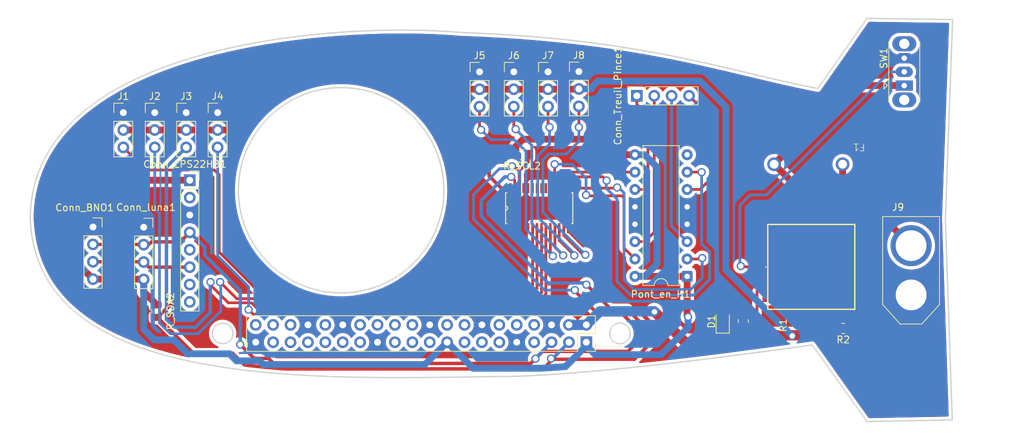
<source format=kicad_pcb>
(kicad_pcb (version 20241229) (generator "pcbnew") (generator_version "9.0")
  (layers (0 "F.Cu" signal) (2 "B.Cu" signal) (13 "F.Paste" user) (15 "B.Paste" user) (5 "F.SilkS" user "F.Silkscreen") (7 "B.SilkS" user "B.Silkscreen") (1 "F.Mask" user) (3 "B.Mask" user) (25 "Edge.Cuts" user))
  (net 0 "")
  (net 1 "SCL")
  (net 2 "3.3V")
  (net 3 "SDA")
  (net 4 "GND")
  (net 9 "Mot_treuil-")
  (net 10 "Mot_treuil+")
  (net 11 "Mot_pince+")
  (net 12 "Mot_pince-")
  (net 14 "PWM4")
  (net 15 "PWM9")
  (net 16 "PWM0")
  (net 18 "PWM10")
  (net 19 "PWM3")
  (net 20 "PWM1")
  (net 21 "PWM5")
  (net 22 "PWM11")
  (net 23 "PWM7")
  (net 26 "PWM6")
  (net 27 "PWM8")
  (net 29 "PWM2")
  (net 30 "Net-(D1-A)")
  (net 31 "Net-(Régulateur_de_tension1-VIN)")
  (net 32 "5V")
  (net 33 "V_bat")
  (net 34 "Net-(Régulateur_de_tension1-POWER_GOOD_OUT)")
  (net 35 "Net-(Régulateur_de_tension1-TRIM)")
  (net 36 "Net-(Régulateur_de_tension1-ON{slash}OFF_CONTROL)")
  (net 67 "Net-(J9-POS)")
  (footprint "Connector_PinHeader_2.54mm:PinHeader_1x03_P2.54mm_Vertical" (layer "F.Cu") (at 133 69.5)
    (property "Reference" "J6")
    (property "Value" "Conn_01x03" (hide yes))
  )
  (footprint "Resistor_SMD:R_0805_2012Metric" (layer "F.Cu") (at 134.2125 81.6 180)
    (property "Reference" "R_SCL2")
    (property "Value" "4,7k")
  )
  (footprint "Resistor_SMD:R_0805_2012Metric" (layer "F.Cu") (at 181.0875 107 180)
    (property "Reference" "R2")
    (property "Value" "1340")
  )
  (footprint "Connector_PinHeader_2.54mm:PinHeader_1x03_P2.54mm_Vertical" (layer "F.Cu") (at 89.77 75.46)
    (property "Reference" "J4")
    (property "Value" "Conn_01x03" (hide yes))
  )
  (footprint "Connector_PinHeader_2.54mm:PinHeader_1x03_P2.54mm_Vertical" (layer "F.Cu") (at 142.5 69.46)
    (property "Reference" "J8")
    (property "Value" "Conn_01x03" (hide yes))
  )
  (footprint "Connector_PinSocket_2.54mm:PinSocket_1x04_P2.54mm_Vertical" (layer "F.Cu") (at 150.96 73 90)
    (property "Reference" "Conn_Treuil_Pince1")
    (property "Value" "Conn_01x04_Pin")
  )
  (footprint "Button_Switch_THT:SW_Slide_SPDT_Straight_CK_OS102011MS2Q" (layer "F.Cu") (at 190 71.5 90)
    (property "Reference" "SW1")
    (property "Value" "SW_SPDT")
  )
  (footprint "librairie_empreintes:OKLT6W12NC" (layer "F.Cu") (at 176.434129 98)
    (property "Reference" "Régulateur_de_tension1" (hide yes))
    (property "Value" "OKL-T_6-W12N-C" (hide yes))
  )
  (footprint "LED_SMD:LED_0805_2012Metric" (layer "F.Cu") (at 163.5 106 90)
    (property "Reference" "D1")
    (property "Value" "LED")
  )
  (footprint "Connector_AMASS:AMASS_XT60-F_1x02_P7.20mm_Vertical" (layer "F.Cu") (at 191 102.1 90)
    (property "Reference" "J9")
    (property "Value" "XT60-M")
  )
  (footprint "Connector_PinSocket_2.54mm:PinSocket_1x04_P2.54mm_Vertical" (layer "F.Cu") (at 78.975 92.215)
    (property "Reference" "Conn_luna1")
    (property "Value" "Conn_01x04_Pin")
  )
  (footprint "Connector_PinHeader_2.54mm:PinHeader_1x03_P2.54mm_Vertical" (layer "F.Cu") (at 85.18 75.46)
    (property "Reference" "J3")
    (property "Value" "Conn_01x03" (hide yes))
  )
  (footprint "Package_DIP:CERDIP-16_W7.62mm_SideBrazed" (layer "F.Cu") (at 158.305 99.39 180)
    (property "Reference" "Pont_en_H1")
    (property "Value" "L293D")
  )
  (footprint "librairie_empreintes:SOP65P640X110-28N" (layer "F.Cu") (at 136.714 89.421 90)
    (property "Reference" "Contrôleur_PWM1" (hide yes))
    (property "Value" "PCA9685PW_118" (hide yes))
  )
  (footprint "Connector_PinHeader_2.54mm:PinHeader_1x03_P2.54mm_Vertical" (layer "F.Cu") (at 128 69.5)
    (property "Reference" "J5")
    (property "Value" "Conn_01x03" (hide yes))
  )
  (footprint "Connector_PinSocket_2.54mm:PinSocket_1x08_P2.54mm_Vertical" (layer "F.Cu") (at 85.7 85.34)
    (property "Reference" "Conn_LPS22HB1")
    (property "Value" "Conn_01x08" (hide yes))
  )
  (footprint "Connector_PinHeader_2.54mm:PinHeader_1x03_P2.54mm_Vertical" (layer "F.Cu") (at 80.59 75.46)
    (property "Reference" "J2")
    (property "Value" "Conn_01x03" (hide yes))
  )
  (footprint "librairie_empreintes:PTF-50" (layer "F.Cu") (at 183.4 80 180)
    (property "Reference" "F1")
    (property "Value" "Fuse")
  )
  (footprint "Connector_PinSocket_2.54mm:PinSocket_2x20_P2.54mm_Vertical" (layer "F.Cu") (at 143.59 109.015 -90)
    (property "Reference" "J10" (hide yes))
    (property "Value" "RPI5_40pins")
  )
  (footprint "Connector_PinHeader_2.54mm:PinHeader_1x03_P2.54mm_Vertical" (layer "F.Cu") (at 138 69.5)
    (property "Reference" "J7")
    (property "Value" "Conn_01x03" (hide yes))
  )
  (footprint "Connector_PinSocket_2.54mm:PinSocket_1x04_P2.54mm_Vertical" (layer "F.Cu") (at 71.575 92.175)
    (property "Reference" "Conn_BNO1")
    (property "Value" "Conn_01x04_Pin")
  )
  (footprint "Resistor_SMD:R_0805_2012Metric" (layer "F.Cu") (at 80.9 104.4725 -90)
    (property "Reference" "R_SDA2")
    (property "Value" "4,7k")
  )
  (footprint "Resistor_SMD:R_0805_2012Metric" (layer "F.Cu") (at 166.5 105.9125 -90)
    (property "Reference" "R1")
    (property "Value" "220")
  )
  (footprint "Connector_PinHeader_2.54mm:PinHeader_1x03_P2.54mm_Vertical" (layer "F.Cu") (at 76 75.46)
    (property "Reference" "J1")
    (property "Value" "Conn_01x03" (hide yes))
  )
  (gr_circle (center 107.8 86.8) (end 122.8 86.8) (stroke (width 0.2)) (fill no) (layer "Edge.Cuts"))
  (gr_line (start 197.008 120.358) (end 196 91) (stroke (width 0.2)) (layer "Edge.Cuts"))
  (gr_line (start 184.562 61.684) (end 197.06 61.856) (stroke (width 0.2)) (layer "Edge.Cuts"))
  (gr_curve (pts (xy 125.31 63.75) (xy 152.25 64.69) (xy 164.5 69.5) (xy 177.38 71.936)) (stroke (width 0.2)) (layer "Edge.Cuts"))
  (gr_line (start 176.56 109.406) (end 184.562 120.612) (stroke (width 0.2)) (layer "Edge.Cuts"))
  (gr_curve (pts (xy 62.416 90.68) (xy 62.88 65.49) (xy 106.62 62.1) (xy 125.31 63.75)) (stroke (width 0.2)) (layer "Edge.Cuts"))
  (gr_circle (center 90.5 107.725) (end 92 107.725) (stroke (width 0.2)) (fill no) (layer "Edge.Cuts"))
  (gr_line (start 197.06 61.856) (end 196 91) (stroke (width 0.2)) (layer "Edge.Cuts"))
  (gr_line (start 184.562 120.612) (end 197.008 120.358) (stroke (width 0.2)) (layer "Edge.Cuts"))
  (gr_curve (pts (xy 62.416 90.68) (xy 63.05 116.18) (xy 104.28 114.38) (xy 131.2 114.02)) (stroke (width 0.2)) (layer "Edge.Cuts"))
  (gr_circle (center 148.5 107.725) (end 150 107.725) (stroke (width 0.2)) (fill no) (layer "Edge.Cuts"))
  (gr_curve (pts (xy 176.56 109.406) (xy 142.39 114.28) (xy 131.2 114.02) (xy 131.2 114.02)) (stroke (width 0.2)) (layer "Edge.Cuts"))
  (gr_line (start 177.38 71.936) (end 184.562 61.684) (stroke (width 0.2)) (layer "Edge.Cuts"))
  (segment (start 145.39 105) (end 141.75 101.36) (width 0.5) (layer "F.Cu") (net 1))
  (segment (start 132.746697 83.306753) (end 133.029944 83.59) (width 0.4) (layer "F.Cu") (net 1))
  (segment (start 75.255 94.715) (end 78.935 94.715) (width 0.5) (layer "F.Cu") (net 1))
  (segment (start 148.958395 105) (end 145.39 105) (width 0.5) (layer "F.Cu") (net 1))
  (segment (start 133.793 83.987) (end 133.793 86.5) (width 0.4) (layer "F.Cu") (net 1))
  (segment (start 84.3102 94.3498) (end 85.7 92.96) (width 0.5) (layer "F.Cu") (net 1))
  (segment (start 97.898589 112.065589) (end 98.404159 112.11) (width 0.5) (layer "F.Cu") (net 1))
  (segment (start 151.3 107.341605) (end 148.958395 105) (width 0.5) (layer "F.Cu") (net 1))
  (segment (start 135.125 82.655) (end 133.793 83.987) (width 0.4) (layer "F.Cu") (net 1))
  (segment (start 71.575 94.715) (end 75.255 94.715) (width 0.5) (layer "F.Cu") (net 1))
  (segment (start 97.898589 112.065589) (end 97.213 111.38) (width 0.5) (layer "F.Cu") (net 1))
  (segment (start 135.47 112.11) (end 136.16 111.42) (width 0.5) (layer "F.Cu") (net 1))
  (segment (start 97.213 111.38) (end 95.1 111.38) (width 0.5) (layer "F.Cu") (net 1))
  (segment (start 78.935 94.715) (end 78.975 94.755) (width 0.2) (layer "F.Cu") (net 1))
  (segment (start 133.396 83.59) (end 133.793 83.987) (width 0.4) (layer "F.Cu") (net 1))
  (segment (start 136.16 111.42) (end 137.23 110.35) (width 0.5) (layer "F.Cu") (net 1))
  (segment (start 79.76 94.715) (end 80.1252 94.3498) (width 0.5) (layer "F.Cu") (net 1))
  (segment (start 133.029944 83.59) (end 133.396 83.59) (width 0.4) (layer "F.Cu") (net 1))
  (segment (start 149.66 110.35) (end 151.3 108.71) (width 0.5) (layer "F.Cu") (net 1))
  (segment (start 98.404159 112.11) (end 135.47 112.11) (width 0.5) (layer "F.Cu") (net 1))
  (segment (start 80.1252 94.3498) (end 84.3102 94.3498) (width 0.5) (layer "F.Cu") (net 1))
  (segment (start 75.255 94.715) (end 79.76 94.715) (width 0.2) (layer "F.Cu") (net 1))
  (segment (start 151.3 108.71) (end 151.3 107.341605) (width 0.5) (layer "F.Cu") (net 1))
  (segment (start 95.1 111.38) (end 93.07 109.35) (width 0.5) (layer "F.Cu") (net 1))
  (segment (start 135.125 81.6) (end 135.125 82.655) (width 0.4) (layer "F.Cu") (net 1))
  (segment (start 137.23 110.35) (end 149.66 110.35) (width 0.5) (layer "F.Cu") (net 1))
  (via (at 136.16 111.42) (size 1.2) (drill 0.8) (layers "F.Cu" "B.Cu") (net 1))
  (via (at 93.07 109.35) (size 1.2) (drill 0.8) (layers "F.Cu" "B.Cu") (net 1))
  (via (at 141.91 101.4) (size 1.2) (drill 0.8) (layers "F.Cu" "B.Cu") (net 1))
  (via (at 132.746697 83.306753) (size 1.2) (drill 0.8) (layers "F.Cu" "B.Cu") (net 1))
  (segment (start 93.07 109.35) (end 93.07 101.47) (width 0.5) (layer "B.Cu") (net 1))
  (segment (start 132.40345 83.65) (end 132.746697 83.306753) (width 0.4) (layer "B.Cu") (net 1))
  (segment (start 87.91 95.17) (end 85.7 92.96) (width 0.5) (layer "B.Cu") (net 1))
  (segment (start 130.92 83.65) (end 132.89 83.65) (width 0.4) (layer "B.Cu") (net 1))
  (segment (start 87.91 96.31) (end 87.91 95.17) (width 0.5) (layer "B.Cu") (net 1))
  (segment (start 137.52 101.4) (end 127.12 91) (width 0.4) (layer "B.Cu") (net 1))
  (segment (start 127.12 87.45) (end 127.31 87.26) (width 0.4) (layer "B.Cu") (net 1))
  (segment (start 130.92 83.65) (end 132.40345 83.65) (width 0.4) (layer "B.Cu") (net 1))
  (segment (start 141.91 101.4) (end 137.52 101.4) (width 0.4) (layer "B.Cu") (net 1))
  (segment (start 129.815 84.755) (end 130.92 83.65) (width 0.4) (layer "B.Cu") (net 1))
  (segment (start 127.12 91) (end 127.12 87.45) (width 0.4) (layer "B.Cu") (net 1))
  (segment (start 136.16 111.365) (end 138.51 109.015) (width 0.5) (layer "B.Cu") (net 1))
  (segment (start 136.16 111.42) (end 136.16 111.365) (width 0.5) (layer "B.Cu") (net 1))
  (segment (start 127.31 87.26) (end 129.815 84.755) (width 0.4) (layer "B.Cu") (net 1))
  (segment (start 93.07 101.47) (end 87.91 96.31) (width 0.5) (layer "B.Cu") (net 1))
  (segment (start 147.09 79.34) (end 134.35 79.34) (width 1) (layer "F.Cu") (net 2))
  (segment (start 71.41 85.34) (end 69.05 87.7) (width 1) (layer "F.Cu") (net 2))
  (segment (start 131.18 86.5) (end 132.4976 86.5) (width 0.5) (layer "F.Cu") (net 2))
  (segment (start 69.05 97.27) (end 71.575 99.795) (width 1) (layer "F.Cu") (net 2))
  (segment (start 147.09 79.34) (end 149.36 81.61) (width 1) (layer "F.Cu") (net 2))
  (segment (start 134.35 79.34) (end 133.3 80.39) (width 1) (layer "F.Cu") (net 2))
  (segment (start 78.975 101.635) (end 80.9 103.56) (width 1) (layer "F.Cu") (net 2))
  (segment (start 85.7 85.34) (end 71.41 85.34) (width 1) (layer "F.Cu") (net 2))
  (segment (start 158.305 105.165) (end 158.44 105.3) (width 0.5) (layer "F.Cu") (net 2))
  (segment (start 158.305 99.39) (end 158.305 105.165) (width 1) (layer "F.Cu") (net 2))
  (segment (start 78.935 99.795) (end 78.975 99.835) (width 0.2) (layer "F.Cu") (net 2))
  (segment (start 78.975 99.835) (end 78.975 101.635) (width 1) (layer "F.Cu") (net 2))
  (segment (start 133.3 80.39) (end 133.3 81.6) (width 1) (layer "F.Cu") (net 2))
  (segment (start 133.3 81.6) (end 130.94 81.6) (width 0.5) (layer "F.Cu") (net 2))
  (segment (start 149.36 81.61) (end 150.685 81.61) (width 1) (layer "F.Cu") (net 2))
  (segment (start 71.575 99.795) (end 78.935 99.795) (width 1) (layer "F.Cu") (net 2))
  (segment (start 69.05 87.7) (end 69.05 97.27) (width 1) (layer "F.Cu") (net 2))
  (segment (start 158.305 99.39) (end 150.685 99.39) (width 1) (layer "F.Cu") (net 2))
  (segment (start 129.4 84.72) (end 131.18 86.5) (width 0.5) (layer "F.Cu") (net 2))
  (segment (start 129.4 83.14) (end 129.4 84.72) (width 0.5) (layer "F.Cu") (net 2))
  (segment (start 130.94 81.6) (end 129.4 83.14) (width 0.5) (layer "F.Cu") (net 2))
  (via (at 158.44 105.3) (size 1.2) (drill 0.8) (layers "F.Cu" "B.Cu") (net 2))
  (segment (start 96.44 112.27) (end 95.9 111.73) (width 1) (layer "B.Cu") (net 2))
  (segment (start 83.367968 108.671) (end 80.541 108.671) (width 1) (layer "B.Cu") (net 2))
  (segment (start 143.59 109.53) (end 143.59 109.015) (width 0.5) (layer "B.Cu") (net 2))
  (segment (start 91.491587 110.701587) (end 85.398555 110.701587) (width 1) (layer "B.Cu") (net 2))
  (segment (start 139.774441 112.633366) (end 140.547158 112.572842) (width 1) (layer "B.Cu") (net 2))
  (segment (start 92.52 111.73) (end 91.491587 110.701587) (width 1) (layer "B.Cu") (net 2))
  (segment (start 143.59 109.015) (end 143.59 109.62) (width 0.5) (layer "B.Cu") (net 2))
  (segment (start 136.980155 112.8174) (end 139.774441 112.633366) (width 1) (layer "B.Cu") (net 2))
  (segment (start 152.11 99.39) (end 153.91 97.59) (width 1) (layer "B.Cu") (net 2))
  (segment (start 127.0776 112.8174) (end 136.980155 112.8174) (width 1) (layer "B.Cu") (net 2))
  (segment (start 120.015 112.27) (end 96.44 112.27) (width 1) (layer "B.Cu") (net 2))
  (segment (start 123.27 109.015) (end 127.075 112.82) (width 1) (layer "B.Cu") (net 2))
  (segment (start 152.09 81.61) (end 150.685 81.61) (width 1) (layer "B.Cu") (net 2))
  (segment (start 85.398555 110.701587) (end 83.367968 108.671) (width 1) (layer "B.Cu") (net 2))
  (segment (start 150.685 99.39) (end 152.11 99.39) (width 1) (layer "B.Cu") (net 2))
  (segment (start 127.075 112.82) (end 127.0776 112.8174) (width 1) (layer "B.Cu") (net 2))
  (segment (start 158.44 106.88) (end 154.49 110.83) (width 1) (layer "B.Cu") (net 2))
  (segment (start 95.9 111.73) (end 92.52 111.73) (width 1) (layer "B.Cu") (net 2))
  (segment (start 144.89 110.83) (end 143.59 109.53) (width 1) (layer "B.Cu") (net 2))
  (segment (start 158.44 105.3) (end 158.44 106.88) (width 1) (layer "B.Cu") (net 2))
  (segment (start 153.91 83.43) (end 152.09 81.61) (width 1) (layer "B.Cu") (net 2))
  (segment (start 80.541 108.671) (end 78.975 107.105) (width 1) (layer "B.Cu") (net 2))
  (segment (start 153.91 97.59) (end 153.91 83.43) (width 1) (layer "B.Cu") (net 2))
  (segment (start 123.27 109.015) (end 120.015 112.27) (width 1) (layer "B.Cu") (net 2))
  (segment (start 78.975 107.105) (end 78.975 99.835) (width 1) (layer "B.Cu") (net 2))
  (segment (start 154.49 110.83) (end 144.89 110.83) (width 1) (layer "B.Cu") (net 2))
  (segment (start 140.547158 112.572842) (end 143.59 109.53) (width 1) (layer "B.Cu") (net 2))
  (segment (start 98.856202 112.853409) (end 96.593584 112.654651) (width 0.5) (layer "F.Cu") (net 3))
  (segment (start 78.935 97.255) (end 78.975 97.295) (width 0.2) (layer "F.Cu") (net 3))
  (segment (start 91.94 110.61) (end 86.2191 110.61) (width 0.5) (layer "F.Cu") (net 3))
  (segment (start 82.1972 104.2728) (end 83.2 103.27) (width 0.5) (layer "F.Cu") (net 3))
  (segment (start 137.29 112.91) (end 99.647481 112.91) (width 0.5) (layer "F.Cu") (net 3))
  (segment (start 83.2 103.27) (end 83.2 98.08) (width 0.5) (layer "F.Cu") (net 3))
  (segment (start 83.2 98.08) (end 83.16 98.04) (width 0.5) (layer "F.Cu") (net 3))
  (segment (start 99.647481 112.91) (end 98.856202 112.853409) (width 0.5) (layer "F.Cu") (net 3))
  (segment (start 138.44 111.4) (end 138.6 111.4) (width 0.5) (layer "F.Cu") (net 3))
  (segment (start 96.593584 112.654651) (end 94.454557 112.429603) (width 0.5) (layer "F.Cu") (net 3))
  (segment (start 138.44 111.4) (end 138.44 111.76) (width 0.5) (layer "F.Cu") (net 3))
  (segment (start 133.1326 85.3526) (end 133.1326 86.5) (width 0.4) (layer "F.Cu") (net 3))
  (segment (start 79.72 98.04) (end 78.975 97.295) (width 0.5) (layer "F.Cu") (net 3))
  (segment (start 86.2191 110.61) (end 80.9941 105.385) (width 0.5) (layer "F.Cu") (net 3))
  (segment (start 83.16 98.04) (end 82.1063 98.04) (width 0.5) (layer "F.Cu") (net 3))
  (segment (start 149.61 104.11) (end 147.11 104.11) (width 0.5) (layer "F.Cu") (net 3))
  (segment (start 93.661547 112.331547) (end 93.28 111.95) (width 0.5) (layer "F.Cu") (net 3))
  (segment (start 71.575 97.255) (end 78.935 97.255) (width 0.5) (layer "F.Cu") (net 3))
  (segment (start 138.7 111.5) (end 150.62 111.5) (width 0.5) (layer "F.Cu") (net 3))
  (segment (start 149.61 104.24) (end 149.61 104.11) (width 0.5) (layer "F.Cu") (net 3))
  (segment (start 152.86 107.49) (end 149.61 104.24) (width 0.5) (layer "F.Cu") (net 3))
  (segment (start 138.44 111.76) (end 137.29 112.91) (width 0.5) (layer "F.Cu") (net 3))
  (segment (start 80.9941 105.385) (end 82.1063 104.2728) (width 0.5) (layer "F.Cu") (net 3))
  (segment (start 93.28 111.95) (end 93.21 111.88) (width 0.2) (layer "F.Cu") (net 3))
  (segment (start 147.11 104.11) (end 143.6 100.6) (width 0.5) (layer "F.Cu") (net 3))
  (segment (start 152.86 109.26) (end 152.86 107.49) (width 0.5) (layer "F.Cu") (net 3))
  (segment (start 80.9941 105.385) (end 80.9 105.385) (width 0.2) (layer "F.Cu") (net 3))
  (segment (start 94.454557 112.429603) (end 93.661547 112.331547) (width 0.5) (layer "F.Cu") (net 3))
  (segment (start 85.7 98.04) (end 83.16 98.04) (width 0.5) (layer "F.Cu") (net 3))
  (segment (start 82.1063 104.2728) (end 82.1972 104.2728) (width 0.5) (layer "F.Cu") (net 3))
  (segment (start 93.21 111.88) (end 91.94 110.61) (width 0.5) (layer "F.Cu") (net 3))
  (segment (start 132.63 84.85) (end 133.1326 85.3526) (width 0.4) (layer "F.Cu") (net 3))
  (segment (start 150.62 111.5) (end 152.86 109.26) (width 0.5) (layer "F.Cu") (net 3))
  (segment (start 82.1063 98.04) (end 79.72 98.04) (width 0.5) (layer "F.Cu") (net 3))
  (segment (start 138.6 111.4) (end 138.7 111.5) (width 0.5) (layer "F.Cu") (net 3))
  (via (at 143.6 100.6) (size 1.2) (drill 0.8) (layers "F.Cu" "B.Cu") (net 3))
  (via (at 132.63 84.85) (size 1.2) (drill 0.8) (layers "F.Cu" "B.Cu") (net 3))
  (via (at 138.44 111.4) (size 1.2) (drill 0.8) (layers "F.Cu" "B.Cu") (net 3))
  (segment (start 138.311 100.349) (end 138.15 100.51) (width 0.5) (layer "B.Cu") (net 3))
  (segment (start 128.26 88.28) (end 131.69 84.85) (width 0.5) (layer "B.Cu") (net 3))
  (segment (start 143.349 100.349) (end 138.311 100.349) (width 0.5) (layer "B.Cu") (net 3))
  (segment (start 131.75 84.85) (end 132.51 84.85) (width 0.5) (layer "B.Cu") (net 3))
  (segment (start 143.6 100.6) (end 143.349 100.349) (width 0.5) (layer "B.Cu") (net 3))
  (segment (start 138.15 100.51) (end 128.26 90.62) (width 0.5) (layer "B.Cu") (net 3))
  (segment (start 138.44 111.4) (end 138.515 111.475) (width 0.5) (layer "B.Cu") (net 3))
  (segment (start 128.26 90.62) (end 128.26 88.28) (width 0.5) (layer "B.Cu") (net 3))
  (segment (start 131.69 84.85) (end 131.75 84.85) (width 0.5) (layer "B.Cu") (net 3))
  (segment (start 138.59 111.475) (end 141.05 109.015) (width 0.5) (layer "B.Cu") (net 3))
  (segment (start 138.515 111.475) (end 138.59 111.475) (width 0.5) (layer "B.Cu") (net 3))
  (segment (start 132.51 84.85) (end 132.57 84.79) (width 0.5) (layer "B.Cu") (net 3))
  (segment (start 161.78 76.2) (end 161.78 85.1) (width 0.4) (layer "F.Cu") (net 9))
  (segment (start 161.78 85.1) (end 160.19 86.69) (width 0.4) (layer "F.Cu") (net 9))
  (segment (start 158.58 73) (end 161.78 76.2) (width 0.4) (layer "F.Cu") (net 9))
  (segment (start 160.19 86.69) (end 158.305 86.69) (width 0.4) (layer "F.Cu") (net 9))
  (segment (start 156 80.48) (end 156.04 80.44) (width 0.4) (layer "B.Cu") (net 10))
  (segment (start 156.04 80.44) (end 156.04 73) (width 0.4) (layer "B.Cu") (net 10))
  (segment (start 156 92.005) (end 156 80.48) (width 0.4) (layer "B.Cu") (net 10))
  (segment (start 158.305 94.31) (end 156 92.005) (width 0.4) (layer "B.Cu") (net 10))
  (segment (start 152.58 75.87) (end 150.96 74.25) (width 0.4) (layer "F.Cu") (net 11))
  (segment (start 150.96 74.25) (end 150.96 73) (width 0.4) (layer "F.Cu") (net 11))
  (segment (start 152.58 86.13) (end 152.58 75.87) (width 0.4) (layer "F.Cu") (net 11))
  (segment (start 152.02 86.69) (end 152.58 86.13) (width 0.4) (layer "F.Cu") (net 11))
  (segment (start 150.685 86.69) (end 152.02 86.69) (width 0.4) (layer "F.Cu") (net 11))
  (segment (start 153.5 73) (end 153.5 92.94) (width 0.4) (layer "F.Cu") (net 12))
  (segment (start 152.13 94.31) (end 150.685 94.31) (width 0.4) (layer "F.Cu") (net 12))
  (segment (start 153.5 92.94) (end 152.13 94.31) (width 0.4) (layer "F.Cu") (net 12))
  (segment (start 138.69 96.42) (end 138.3396 96.0696) (width 0.4) (layer "F.Cu") (net 14))
  (segment (start 128 74.58) (end 128 77.74) (width 0.4) (layer "F.Cu") (net 14))
  (segment (start 138.3396 96.0696) (end 138.3396 92.342) (width 0.4) (layer "F.Cu") (net 14))
  (segment (start 128 77.74) (end 128.23 77.97) (width 0.4) (layer "F.Cu") (net 14))
  (via (at 138.69 96.42) (size 1.2) (drill 0.8) (layers "F.Cu" "B.Cu") (net 14))
  (via (at 128.23 77.97) (size 1.2) (drill 0.8) (layers "F.Cu" "B.Cu") (net 14))
  (segment (start 129.67 79.41) (end 128.23 77.97) (width 0.4) (layer "B.Cu") (net 14))
  (segment (start 134.78 92.51) (end 134.78 81.13) (width 0.4) (layer "B.Cu") (net 14))
  (segment (start 138.69 96.42) (end 134.78 92.51) (width 0.4) (layer "B.Cu") (net 14))
  (segment (start 134.78 81.13) (end 133.06 79.41) (width 0.4) (layer "B.Cu") (net 14))
  (segment (start 133.06 79.41) (end 129.67 79.41) (width 0.4) (layer "B.Cu") (net 14))
  (segment (start 160.4 84.15) (end 160.42 84.17) (width 0.4) (layer "F.Cu") (net 15))
  (segment (start 146.02 84.85) (end 140.7 84.85) (width 0.4) (layer "F.Cu") (net 15))
  (segment (start 146.55 85.38) (end 146.02 84.85) (width 0.4) (layer "F.Cu") (net 15))
  (segment (start 140.68 84.83) (end 140.2954 85.2146) (width 0.4) (layer "F.Cu") (net 15))
  (segment (start 140.2954 85.2146) (end 140.2954 86.5) (width 0.4) (layer "F.Cu") (net 15))
  (segment (start 158.305 84.15) (end 160.4 84.15) (width 0.4) (layer "F.Cu") (net 15))
  (segment (start 140.7 84.85) (end 140.68 84.83) (width 0.4) (layer "F.Cu") (net 15))
  (via (at 146.55 85.38) (size 1.2) (drill 0.8) (layers "F.Cu" "B.Cu") (net 15))
  (via (at 160.42 84.17) (size 1.2) (drill 0.8) (layers "F.Cu" "B.Cu") (net 15))
  (segment (start 148.19 100.26) (end 148.07 100.14) (width 0.4) (layer "B.Cu") (net 15))
  (segment (start 159.23 102.12) (end 150.39 102.12) (width 0.4) (layer "B.Cu") (net 15))
  (segment (start 146.5 86.52) (end 146.5 85.55) (width 0.4) (layer "B.Cu") (net 15))
  (segment (start 160.42 94.65) (end 161.59 95.82) (width 0.4) (layer "B.Cu") (net 15))
  (segment (start 161.59 95.82) (end 161.59 99.84) (width 0.4) (layer "B.Cu") (net 15))
  (segment (start 148.07 100.14) (end 148.07 88.09) (width 0.4) (layer "B.Cu") (net 15))
  (segment (start 150.39 102.12) (end 150.05 102.12) (width 0.4) (layer "B.Cu") (net 15))
  (segment (start 160.42 84.17) (end 160.42 94.65) (width 0.4) (layer "B.Cu") (net 15))
  (segment (start 161.59 99.84) (end 159.27 102.16) (width 0.4) (layer "B.Cu") (net 15))
  (segment (start 159.27 102.16) (end 159.23 102.12) (width 0.4) (layer "B.Cu") (net 15))
  (segment (start 150.05 102.12) (end 148.19 100.26) (width 0.4) (layer "B.Cu") (net 15))
  (segment (start 148.07 88.09) (end 146.5 86.52) (width 0.4) (layer "B.Cu") (net 15))
  (segment (start 135.7488 92.342) (end 135.7488 100.7812) (width 0.4) (layer "F.Cu") (net 16))
  (segment (start 79.311 83.851) (end 89.3 83.851) (width 0.4) (layer "F.Cu") (net 16))
  (segment (start 135.7488 100.7812) (end 133.403 103.127) (width 0.4) (layer "F.Cu") (net 16))
  (segment (start 90 84.551) (end 90 95.8592) (width 0.4) (layer "F.Cu") (net 16))
  (segment (start 89.3 83.851) (end 90 84.551) (width 0.4) (layer "F.Cu") (net 16))
  (segment (start 133.403 103.127) (end 97.2678 103.127) (width 0.4) (layer "F.Cu") (net 16))
  (segment (start 76 80.54) (end 79.311 83.851) (width 0.4) (layer "F.Cu") (net 16))
  (segment (start 97.2678 103.127) (end 90 95.8592) (width 0.4) (layer "F.Cu") (net 16))
  (segment (start 140.23 84.15) (end 139.635 84.745) (width 0.4) (layer "F.Cu") (net 18))
  (segment (start 150.685 84.15) (end 140.23 84.15) (width 0.4) (layer "F.Cu") (net 18))
  (segment (start 139.635 84.745) (end 139.635 86.5) (width 0.4) (layer "F.Cu") (net 18))
  (segment (start 94.9748 104.93) (end 94.2948 104.25) (width 0.4) (layer "F.Cu") (net 19))
  (segment (start 134.75 104.93) (end 94.9748 104.93) (width 0.4) (layer "F.Cu") (net 19))
  (segment (start 137.6792 92.342) (end 137.6792 102.0008) (width 0.4) (layer "F.Cu") (net 19))
  (segment (start 137.6792 102.0008) (end 134.75 104.93) (width 0.4) (layer "F.Cu") (net 19))
  (segment (start 94.2948 104.25) (end 94.2948 104.5225) (width 0.2) (layer "F.Cu") (net 19))
  (via (at 94.2948 104.25) (size 1.2) (drill 0.8) (layers "F.Cu" "B.Cu") (net 19))
  (segment (start 94.2948 104.25) (end 94.2948 100.9144) (width 0.4) (layer "B.Cu") (net 19))
  (segment (start 94.2948 100.9144) (end 89.77 96.3896) (width 0.4) (layer "B.Cu") (net 19))
  (segment (start 89.77 96.3896) (end 89.77 80.54) (width 0.4) (layer "B.Cu") (net 19))
  (segment (start 90.13 100.22) (end 92.558 102.648) (width 0.4) (layer "F.Cu") (net 20))
  (segment (start 92.558 102.648) (end 95.13 102.648) (width 0.4) (layer "F.Cu") (net 20))
  (segment (start 95.13 102.648) (end 96.21 103.728) (width 0.4) (layer "F.Cu") (net 20))
  (segment (start 96.21 103.728) (end 133.812 103.728) (width 0.4) (layer "F.Cu") (net 20))
  (segment (start 133.812 103.728) (end 136.3838 101.1562) (width 0.4) (layer "F.Cu") (net 20))
  (segment (start 136.3838 101.1562) (end 136.3838 92.342) (width 0.4) (layer "F.Cu") (net 20))
  (via (at 90.13 100.22) (size 1.2) (drill 0.8) (layers "F.Cu" "B.Cu") (net 20))
  (segment (start 86.92 107.77) (end 90.22 104.47) (width 0.4) (layer "B.Cu") (net 20))
  (segment (start 80.59 89.52) (end 81.28 90.21) (width 0.4) (layer "B.Cu") (net 20))
  (segment (start 90.22 104.47) (end 90.22 100.31) (width 0.4) (layer "B.Cu") (net 20))
  (segment (start 81.28 106.18) (end 82.87 107.77) (width 0.4) (layer "B.Cu") (net 20))
  (segment (start 90.22 100.31) (end 90.13 100.22) (width 0.4) (layer "B.Cu") (net 20))
  (segment (start 82.87 107.77) (end 86.92 107.77) (width 0.4) (layer "B.Cu") (net 20))
  (segment (start 80.59 80.54) (end 80.59 89.52) (width 0.4) (layer "B.Cu") (net 20))
  (segment (start 81.28 90.21) (end 81.28 106.18) (width 0.4) (layer "B.Cu") (net 20))
  (segment (start 139 95.12) (end 140.21 96.33) (width 0.4) (layer "F.Cu") (net 21))
  (segment (start 139 92.342) (end 139 95.12) (width 0.4) (layer "F.Cu") (net 21))
  (segment (start 133 74.58) (end 133 77.61) (width 0.4) (layer "F.Cu") (net 21))
  (segment (start 133 77.61) (end 133.27 77.88) (width 0.4) (layer "F.Cu") (net 21))
  (via (at 133.27 77.88) (size 1.2) (drill 0.8) (layers "F.Cu" "B.Cu") (net 21))
  (via (at 140.21 96.33) (size 1.2) (drill 0.8) (layers "F.Cu" "B.Cu") (net 21))
  (segment (start 133.27 77.88) (end 135.63 80.24) (width 0.4) (layer "B.Cu") (net 21))
  (segment (start 135.63 91.68) (end 140.21 96.26) (width 0.4) (layer "B.Cu") (net 21))
  (segment (start 135.63 80.24) (end 135.63 91.68) (width 0.4) (layer "B.Cu") (net 21))
  (segment (start 140.21 96.26) (end 140.21 96.33) (width 0.4) (layer "B.Cu") (net 21))
  (segment (start 149.1 95.265) (end 149.1 87.93) (width 0.4) (layer "F.Cu") (net 22))
  (segment (start 143.67 87.62) (end 143.55 87.5) (width 0.4) (layer "F.Cu") (net 22))
  (segment (start 148.79 87.62) (end 143.67 87.62) (width 0.4) (layer "F.Cu") (net 22))
  (segment (start 150.685 96.85) (end 149.1 95.265) (width 0.4) (layer "F.Cu") (net 22))
  (segment (start 138.97 86.47) (end 139 86.5) (width 0.4) (layer "F.Cu") (net 22))
  (segment (start 149.1 87.93) (end 148.79 87.62) (width 0.4) (layer "F.Cu") (net 22))
  (segment (start 138.97 83) (end 138.97 86.47) (width 0.4) (layer "F.Cu") (net 22))
  (via (at 138.97 83) (size 1.2) (drill 0.8) (layers "F.Cu" "B.Cu") (net 22))
  (via (at 143.55 87.5) (size 1.2) (drill 0.8) (layers "F.Cu" "B.Cu") (net 22))
  (segment (start 143.55 87.5) (end 143.55 85.04) (width 0.4) (layer "B.Cu") (net 22))
  (segment (start 141.51 83) (end 138.97 83) (width 0.4) (layer "B.Cu") (net 22))
  (segment (start 143.55 85.04) (end 141.51 83) (width 0.4) (layer "B.Cu") (net 22))
  (segment (start 143.145628 96.23) (end 143.45 96.23) (width 0.4) (layer "F.Cu") (net 23))
  (segment (start 142.5 74.54) (end 142.5 77.59) (width 0.4) (layer "F.Cu") (net 23))
  (segment (start 140.2954 93.379772) (end 143.145628 96.23) (width 0.4) (layer "F.Cu") (net 23))
  (segment (start 142.5 77.59) (end 142.52 77.61) (width 0.4) (layer "F.Cu") (net 23))
  (segment (start 140.2954 92.342) (end 140.2954 93.379772) (width 0.4) (layer "F.Cu") (net 23))
  (via (at 142.5 77.59) (size 1.2) (drill 0.8) (layers "F.Cu" "B.Cu") (net 23))
  (via (at 143.45 96.23) (size 1.2) (drill 0.8) (layers "F.Cu" "B.Cu") (net 23))
  (segment (start 140.77 81.5) (end 138.11 81.5) (width 0.4) (layer "B.Cu") (net 23))
  (segment (start 137.25 82.36) (end 137.25 90.03) (width 0.4) (layer "B.Cu") (net 23))
  (segment (start 138.11 81.5) (end 137.25 82.36) (width 0.4) (layer "B.Cu") (net 23))
  (segment (start 142.5 77.59) (end 142.5 79.68) (width 0.4) (layer "B.Cu") (net 23))
  (segment (start 137.25 90.03) (end 143.45 96.23) (width 0.4) (layer "B.Cu") (net 23))
  (segment (start 140.77 81.41) (end 140.77 81.5) (width 0.4) (layer "B.Cu") (net 23))
  (segment (start 142.5 79.68) (end 140.77 81.41) (width 0.4) (layer "B.Cu") (net 23))
  (segment (start 138 74.58) (end 138 77.37) (width 0.4) (layer "F.Cu") (net 26))
  (segment (start 138 77.37) (end 138.22 77.59) (width 0.4) (layer "F.Cu") (net 26))
  (segment (start 139.635 92.342) (end 139.635 94.135) (width 0.4) (layer "F.Cu") (net 26))
  (segment (start 139.635 94.135) (end 141.83 96.33) (width 0.4) (layer "F.Cu") (net 26))
  (via (at 141.83 96.33) (size 1.2) (drill 0.8) (layers "F.Cu" "B.Cu") (net 26))
  (via (at 138.22 77.59) (size 1.2) (drill 0.8) (layers "F.Cu" "B.Cu") (net 26))
  (segment (start 136.49 81.79) (end 136.49 90.73) (width 0.4) (layer "B.Cu") (net 26))
  (segment (start 138.22 80.06) (end 136.49 81.79) (width 0.4) (layer "B.Cu") (net 26))
  (segment (start 141.83 96.07) (end 141.83 96.33) (width 0.4) (layer "B.Cu") (net 26))
  (segment (start 138.22 77.59) (end 138.22 80.06) (width 0.4) (layer "B.Cu") (net 26))
  (segment (start 136.49 90.73) (end 141.83 96.07) (width 0.4) (layer "B.Cu") (net 26))
  (segment (start 158.305 96.85) (end 160.38 96.85) (width 0.4) (layer "F.Cu") (net 27))
  (segment (start 160.38 96.85) (end 160.51 96.72) (width 0.4) (layer "F.Cu") (net 27))
  (segment (start 148.08 86.4) (end 147.98 86.5) (width 0.4) (layer "F.Cu") (net 27))
  (segment (start 147.98 86.5) (end 140.9304 86.5) (width 0.4) (layer "F.Cu") (net 27))
  (via (at 160.51 96.72) (size 1.2) (drill 0.8) (layers "F.Cu" "B.Cu") (net 27))
  (via (at 148.08 86.4) (size 1.2) (drill 0.8) (layers "F.Cu" "B.Cu") (net 27))
  (segment (start 148.33 86.42) (end 149.1 87.19) (width 0.4) (layer "B.Cu") (net 27))
  (segment (start 158.82 101.31) (end 160.51 99.62) (width 0.4) (layer "B.Cu") (net 27))
  (segment (start 160.51 99.62) (end 160.51 96.72) (width 0.4) (layer "B.Cu") (net 27))
  (segment (start 160.51 96.72) (end 160.47 96.76) (width 0.4) (layer "B.Cu") (net 27))
  (segment (start 150.53 101.31) (end 158.82 101.31) (width 0.4) (layer "B.Cu") (net 27))
  (segment (start 149.1 87.19) (end 149.1 99.88) (width 0.4) (layer "B.Cu") (net 27))
  (segment (start 149.1 99.88) (end 150.53 101.31) (width 0.4) (layer "B.Cu") (net 27))
  (segment (start 91.349735 103.2712) (end 88.73 100.651465) (width 0.4) (layer "F.Cu") (net 29))
  (segment (start 91.371935 103.249) (end 91.349735 103.2712) (width 0.4) (layer "F.Cu") (net 29))
  (segment (start 134.471058 104.329) (end 95.789428 104.329) (width 0.4) (layer "F.Cu") (net 29))
  (segment (start 88.73 100.22) (end 88.73 100.651465) (width 0.3) (layer "F.Cu") (net 29))
  (segment (start 95.789428 104.329) (end 94.709428 103.249) (width 0.4) (layer "F.Cu") (net 29))
  (segment (start 137.0442 92.342) (end 137.0442 101.755858) (width 0.4) (layer "F.Cu") (net 29))
  (segment (start 94.709428 103.249) (end 91.371935 103.249) (width 0.4) (layer "F.Cu") (net 29))
  (segment (start 137.0442 101.755858) (end 134.471058 104.329) (width 0.4) (layer "F.Cu") (net 29))
  (via (at 88.73 100.22) (size 1.2) (drill 0.8) (layers "F.Cu" "B.Cu") (net 29))
  (segment (start 82.3 105.68) (end 83.44 106.82) (width 0.5) (layer "B.Cu") (net 29))
  (segment (start 86.48 106.88) (end 88.7 104.66) (width 0.5) (layer "B.Cu") (net 29))
  (segment (start 85.18 80.54) (end 82.3 83.42) (width 0.5) (layer "B.Cu") (net 29))
  (segment (start 88.73 100.22) (end 88.66 100.15) (width 0.5) (layer "B.Cu") (net 29))
  (segment (start 83.44 106.82) (end 86.42 106.82) (width 0.5) (layer "B.Cu") (net 29))
  (segment (start 88.7 100.25) (end 88.73 100.22) (width 0.5) (layer "B.Cu") (net 29))
  (segment (start 88.7 104.66) (end 88.7 100.25) (width 0.5) (layer "B.Cu") (net 29))
  (segment (start 82.3 83.42) (end 82.3 105.68) (width 0.5) (layer "B.Cu") (net 29))
  (segment (start 86.42 106.82) (end 86.48 106.88) (width 0.5) (layer "B.Cu") (net 29))
  (segment (start 166.5 105) (end 163.5625 105) (width 0.4) (layer "F.Cu") (net 30))
  (segment (start 163.5625 105) (end 163.5 105.0625) (width 0.4) (layer "F.Cu") (net 30))
  (segment (start 174.099698 92.432003) (end 174.099698 86.099698) (width 1) (layer "F.Cu") (net 31))
  (segment (start 174.099698 86.099698) (end 171 83) (width 1) (layer "F.Cu") (net 31))
  (segment (start 182.5 71.5) (end 190 71.5) (width 1) (layer "F.Cu") (net 31))
  (segment (start 171 83) (end 182.5 71.5) (width 1) (layer "F.Cu") (net 31))
  (segment (start 169 109) (end 158 109) (width 1.5) (layer "F.Cu") (net 32))
  (segment (start 185.5 96.5) (end 185.5 110.5) (width 1.5) (layer "F.Cu") (net 32))
  (segment (start 184.722821 95.722821) (end 185.5 96.5) (width 1.5) (layer "F.Cu") (net 32))
  (segment (start 80.59 78) (end 76 78) (width 1) (layer "F.Cu") (net 32))
  (segment (start 122.09 72.04) (end 128 72.04) (width 1) (layer "F.Cu") (net 32))
  (segment (start 185.5 110.5) (end 184.5 111.5) (width 1.5) (layer "F.Cu") (net 32))
  (segment (start 85.18 78) (end 89.77 78) (width 1) (layer "F.Cu") (net 32))
  (segment (start 184.5 111.5) (end 180 111.5) (width 1.5) (layer "F.Cu") (net 32))
  (segment (start 179.5 110) (end 177.5 108) (width 1.5) (layer "F.Cu") (net 32))
  (segment (start 128 72.04) (end 142.46 72.04) (width 1) (layer "F.Cu") (net 32))
  (segment (start 182.012798 95.722821) (end 182.012798 97.985006) (width 1.5) (layer "F.Cu") (net 32))
  (segment (start 89.77 78) (end 92.75 78) (width 1) (layer "F.Cu") (net 32))
  (segment (start 179.5 111) (end 179.5 110) (width 1.5) (layer "F.Cu") (net 32))
  (segment (start 142.46 72.04) (end 142.5 72) (width 1) (layer "F.Cu") (net 32))
  (segment (start 170 108) (end 169 109) (width 1.5) (layer "F.Cu") (net 32))
  (segment (start 92.75 78) (end 100.48 70.27) (width 1) (layer "F.Cu") (net 32))
  (segment (start 182.012798 95.722821) (end 182.012798 93.554359) (width 1.5) (layer "F.Cu") (net 32))
  (segment (start 180 111.5) (end 179.5 111) (width 1.5) (layer "F.Cu") (net 32))
  (segment (start 85.18 78) (end 80.59 78) (width 1) (layer "F.Cu") (net 32))
  (segment (start 182.012798 97.985006) (end 182 97.997804) (width 1.5) (layer "F.Cu") (net 32))
  (segment (start 177.5 108) (end 170 108) (width 1.5) (layer "F.Cu") (net 32))
  (segment (start 184.722821 95.722821) (end 182.012798 95.722821) (width 1.5) (layer "F.Cu") (net 32))
  (segment (start 100.48 70.27) (end 120.32 70.27) (width 1) (layer "F.Cu") (net 32))
  (segment (start 182.012798 93.554359) (end 181.997419 93.53898) (width 1.5) (layer "F.Cu") (net 32))
  (segment (start 120.32 70.27) (end 122.09 72.04) (width 1) (layer "F.Cu") (net 32))
  (segment (start 158 109) (end 153.5 104.5) (width 1.5) (layer "F.Cu") (net 32))
  (via (at 153.53 104.57) (size 1.2) (drill 0.8) (layers "F.Cu" "B.Cu") (net 32))
  (via (at 173.65 108.09) (size 1.2) (drill 0.8) (layers "F.Cu" "B.Cu") (net 32))
  (segment (start 163.95 98.39) (end 163.95 74.6) (width 1) (layer "B.Cu") (net 32))
  (segment (start 160.21 70.86) (end 145.27 70.86) (width 1) (layer "B.Cu") (net 32))
  (segment (start 144.33 72) (end 142.5 72) (width 1) (layer "B.Cu") (net 32))
  (segment (start 173.65 108.09) (end 163.95 98.39) (width 1) (layer "B.Cu") (net 32))
  (segment (start 144.33 71.8) (end 144.33 72) (width 0.4) (layer "B.Cu") (net 32))
  (segment (start 143.59 106.475) (end 145.565 104.5) (width 1.5) (layer "B.Cu") (net 32))
  (segment (start 163.95 74.6) (end 160.21 70.86) (width 1) (layer "B.Cu") (net 32))
  (segment (start 145.27 70.86) (end 144.33 71.8) (width 1) (layer "B.Cu") (net 32))
  (segment (start 143.59 106.475) (end 141.05 106.475) (width 1.5) (layer "B.Cu") (net 32))
  (segment (start 145.565 104.5) (end 153.5 104.5) (width 1.5) (layer "B.Cu") (net 32))
  (segment (start 141.05 106.475) (end 141.2449 106.2801) (width 0.2) (layer "B.Cu") (net 32))
  (segment (start 169.85081 100.280651) (end 168.5 101.631461) (width 0.4) (layer "F.Cu") (net 34))
  (segment (start 170.862144 100.280651) (end 169.85081 100.280651) (width 0.4) (layer "F.Cu") (net 34))
  (segment (start 168.5 104.825) (end 166.5 106.825) (width 0.4) (layer "F.Cu") (net 34))
  (segment (start 168.5 104.5) (end 168.5 104.825) (width 0.4) (layer "F.Cu") (net 34))
  (segment (start 168.5 101.631461) (end 168.5 104.5) (width 0.4) (layer "F.Cu") (net 34))
  (segment (start 182 107) (end 182 102.564898) (width 0.4) (layer "F.Cu") (net 35))
  (segment (start 170.862144 97.997799) (end 166.407799 97.997799) (width 0.4) (layer "F.Cu") (net 36))
  (segment (start 166.407799 97.997799) (end 166.26 97.85) (width 0.4) (layer "F.Cu") (net 36))
  (via (at 166.14 97.88) (size 1.2) (drill 0.8) (layers "F.Cu" "B.Cu") (net 36))
  (segment (start 167.5 87.5) (end 166 89) (width 0.4) (layer "B.Cu") (net 36))
  (segment (start 187.87 69.5) (end 169.87 87.5) (width 0.4) (layer "B.Cu") (net 36))
  (segment (start 166 89) (end 166 98) (width 0.4) (layer "B.Cu") (net 36))
  (segment (start 169.87 87.5) (end 167.5 87.5) (width 0.4) (layer "B.Cu") (net 36))
  (segment (start 190 69.5) (end 189.5 69.5) (width 0.2) (layer "B.Cu") (net 36))
  (segment (start 189.5 69.5) (end 187.87 69.5) (width 0.4) (layer "B.Cu") (net 36))
  (segment (start 181 84.9) (end 181 83) (width 1) (layer "F.Cu") (net 67))
  (segment (start 191 94.9) (end 181 84.9) (width 1) (layer "F.Cu") (net 67))
  (zone (net 4) (net_name "GND") (layers "F.Cu" "B.Cu") (connect_pads yes (clearance 0.5)) (min_thickness 0.25) (fill yes (thermal_gap 0.5) (thermal_bridge_width 0.5))
    (polygon (pts (xy 201.5 59) (xy 207.5 124) (xy 58 123) (xy 58 59.5)))
  )
)
</source>
